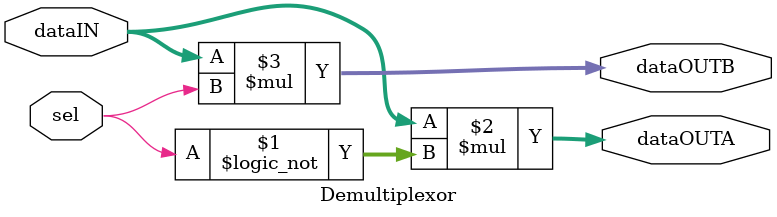
<source format=v>

module Demultiplexor (input wire [8:0] dataIN, output wire [8:0] dataOUTA, output wire [8:0] dataOUTB, input wire sel);

	assign dataOUTA = (dataIN)*(!sel);
	assign dataOUTB = (dataIN)*sel;	

endmodule
</source>
